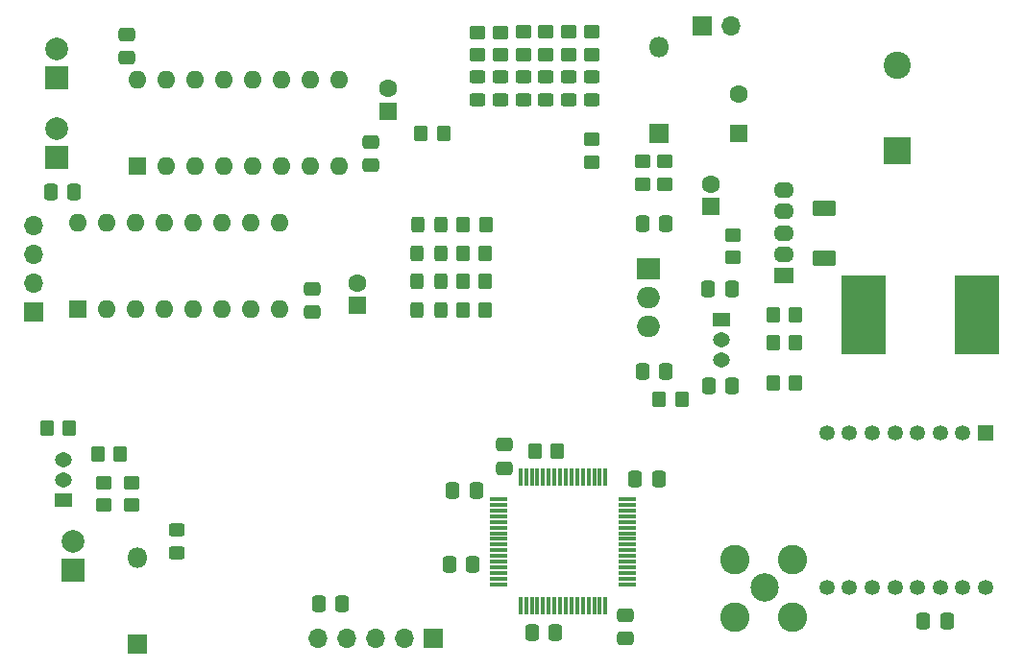
<source format=gbr>
%TF.GenerationSoftware,KiCad,Pcbnew,8.0.3*%
%TF.CreationDate,2024-08-01T08:22:56+01:00*%
%TF.ProjectId,controller,636f6e74-726f-46c6-9c65-722e6b696361,rev?*%
%TF.SameCoordinates,Original*%
%TF.FileFunction,Soldermask,Top*%
%TF.FilePolarity,Negative*%
%FSLAX46Y46*%
G04 Gerber Fmt 4.6, Leading zero omitted, Abs format (unit mm)*
G04 Created by KiCad (PCBNEW 8.0.3) date 2024-08-01 08:22:56*
%MOMM*%
%LPD*%
G01*
G04 APERTURE LIST*
G04 Aperture macros list*
%AMRoundRect*
0 Rectangle with rounded corners*
0 $1 Rounding radius*
0 $2 $3 $4 $5 $6 $7 $8 $9 X,Y pos of 4 corners*
0 Add a 4 corners polygon primitive as box body*
4,1,4,$2,$3,$4,$5,$6,$7,$8,$9,$2,$3,0*
0 Add four circle primitives for the rounded corners*
1,1,$1+$1,$2,$3*
1,1,$1+$1,$4,$5*
1,1,$1+$1,$6,$7*
1,1,$1+$1,$8,$9*
0 Add four rect primitives between the rounded corners*
20,1,$1+$1,$2,$3,$4,$5,0*
20,1,$1+$1,$4,$5,$6,$7,0*
20,1,$1+$1,$6,$7,$8,$9,0*
20,1,$1+$1,$8,$9,$2,$3,0*%
G04 Aperture macros list end*
%ADD10RoundRect,0.250000X0.325000X0.450000X-0.325000X0.450000X-0.325000X-0.450000X0.325000X-0.450000X0*%
%ADD11R,1.600000X1.600000*%
%ADD12O,1.600000X1.600000*%
%ADD13RoundRect,0.250000X-0.350000X-0.450000X0.350000X-0.450000X0.350000X0.450000X-0.350000X0.450000X0*%
%ADD14RoundRect,0.250000X0.450000X-0.350000X0.450000X0.350000X-0.450000X0.350000X-0.450000X-0.350000X0*%
%ADD15RoundRect,0.250000X-0.337500X-0.475000X0.337500X-0.475000X0.337500X0.475000X-0.337500X0.475000X0*%
%ADD16RoundRect,0.250000X0.350000X0.450000X-0.350000X0.450000X-0.350000X-0.450000X0.350000X-0.450000X0*%
%ADD17RoundRect,0.250000X0.337500X0.475000X-0.337500X0.475000X-0.337500X-0.475000X0.337500X-0.475000X0*%
%ADD18C,2.600000*%
%ADD19C,2.500000*%
%ADD20C,1.600000*%
%ADD21R,1.700000X1.700000*%
%ADD22O,1.700000X1.700000*%
%ADD23RoundRect,0.250000X-0.450000X0.325000X-0.450000X-0.325000X0.450000X-0.325000X0.450000X0.325000X0*%
%ADD24RoundRect,0.250000X-0.475000X0.337500X-0.475000X-0.337500X0.475000X-0.337500X0.475000X0.337500X0*%
%ADD25R,1.800000X1.400000*%
%ADD26O,1.800000X1.400000*%
%ADD27R,2.000000X2.000000*%
%ADD28C,2.000000*%
%ADD29R,1.350000X1.350000*%
%ADD30C,1.350000*%
%ADD31RoundRect,0.075000X-0.700000X-0.075000X0.700000X-0.075000X0.700000X0.075000X-0.700000X0.075000X0*%
%ADD32RoundRect,0.075000X-0.075000X-0.700000X0.075000X-0.700000X0.075000X0.700000X-0.075000X0.700000X0*%
%ADD33R,1.800000X1.800000*%
%ADD34O,1.800000X1.800000*%
%ADD35R,1.500000X1.300000*%
%ADD36O,1.500000X1.300000*%
%ADD37RoundRect,0.250000X-0.450000X0.350000X-0.450000X-0.350000X0.450000X-0.350000X0.450000X0.350000X0*%
%ADD38R,2.000000X1.905000*%
%ADD39O,2.000000X1.905000*%
%ADD40RoundRect,0.250000X0.800000X-0.450000X0.800000X0.450000X-0.800000X0.450000X-0.800000X-0.450000X0*%
%ADD41R,2.400000X2.400000*%
%ADD42C,2.400000*%
%ADD43RoundRect,0.250000X0.475000X-0.337500X0.475000X0.337500X-0.475000X0.337500X-0.475000X-0.337500X0*%
%ADD44R,4.000000X7.000000*%
G04 APERTURE END LIST*
D10*
%TO.C,D11*%
X101700000Y-83525000D03*
X99650000Y-83525000D03*
%TD*%
D11*
%TO.C,U1*%
X74970000Y-75845000D03*
D12*
X77510000Y-75845000D03*
X80050000Y-75845000D03*
X82590000Y-75845000D03*
X85130000Y-75845000D03*
X87670000Y-75845000D03*
X90210000Y-75845000D03*
X92750000Y-75845000D03*
X92750000Y-68225000D03*
X90210000Y-68225000D03*
X87670000Y-68225000D03*
X85130000Y-68225000D03*
X82590000Y-68225000D03*
X80050000Y-68225000D03*
X77510000Y-68225000D03*
X74970000Y-68225000D03*
%TD*%
D13*
%TO.C,R5*%
X131000000Y-91426041D03*
X133000000Y-91426041D03*
%TD*%
D14*
%TO.C,R12*%
X115000000Y-66000000D03*
X115000000Y-64000000D03*
%TD*%
D15*
%TO.C,C15*%
X67342500Y-78174657D03*
X69417500Y-78174657D03*
%TD*%
%TO.C,C12*%
X102773529Y-104500000D03*
X104848529Y-104500000D03*
%TD*%
D14*
%TO.C,R17*%
X113000000Y-66000000D03*
X113000000Y-64000000D03*
%TD*%
D16*
%TO.C,R8*%
X133000000Y-95000000D03*
X131000000Y-95000000D03*
%TD*%
D17*
%TO.C,C9*%
X111825000Y-117000000D03*
X109750000Y-117000000D03*
%TD*%
D13*
%TO.C,R20*%
X103650000Y-83525000D03*
X105650000Y-83525000D03*
%TD*%
D18*
%TO.C,J1*%
X127670000Y-110535000D03*
X127670000Y-115615000D03*
X132750000Y-110535000D03*
X132750000Y-115615000D03*
D19*
X130310000Y-113000000D03*
%TD*%
D16*
%TO.C,R24*%
X102000000Y-73000000D03*
X100000000Y-73000000D03*
%TD*%
D11*
%TO.C,C4*%
X125500000Y-79426041D03*
D20*
X125500000Y-77426041D03*
%TD*%
D16*
%TO.C,R3*%
X69000000Y-99000000D03*
X67000000Y-99000000D03*
%TD*%
D14*
%TO.C,R13*%
X107000000Y-66050000D03*
X107000000Y-64050000D03*
%TD*%
D21*
%TO.C,J3*%
X124750000Y-63475000D03*
D22*
X127290000Y-63475000D03*
%TD*%
D17*
%TO.C,C1*%
X127360000Y-86696041D03*
X125285000Y-86696041D03*
%TD*%
D14*
%TO.C,R1*%
X72000000Y-105765000D03*
X72000000Y-103765000D03*
%TD*%
D17*
%TO.C,C21*%
X146325000Y-116000000D03*
X144250000Y-116000000D03*
%TD*%
D14*
%TO.C,R9*%
X119500000Y-77426041D03*
X119500000Y-75426041D03*
%TD*%
D13*
%TO.C,R21*%
X103700000Y-81000000D03*
X105700000Y-81000000D03*
%TD*%
D23*
%TO.C,D7*%
X105000000Y-68000000D03*
X105000000Y-70050000D03*
%TD*%
D10*
%TO.C,D10*%
X101700000Y-86025000D03*
X99650000Y-86025000D03*
%TD*%
D15*
%TO.C,C2*%
X90965000Y-114500000D03*
X93040000Y-114500000D03*
%TD*%
D24*
%TO.C,C18*%
X90380000Y-86674657D03*
X90380000Y-88749657D03*
%TD*%
D25*
%TO.C,U5*%
X131945000Y-85549811D03*
D26*
X131945000Y-83649811D03*
X131945000Y-81749811D03*
X131945000Y-79849811D03*
X131945000Y-77949811D03*
%TD*%
D21*
%TO.C,M3*%
X65880000Y-88685000D03*
D22*
X65880000Y-86145000D03*
X65880000Y-83605000D03*
X65880000Y-81065000D03*
%TD*%
D14*
%TO.C,R11*%
X74500000Y-105765000D03*
X74500000Y-103765000D03*
%TD*%
D11*
%TO.C,C6*%
X128000000Y-73000000D03*
D20*
X128000000Y-69500000D03*
%TD*%
D13*
%TO.C,R19*%
X103650000Y-86025000D03*
X105650000Y-86025000D03*
%TD*%
D21*
%TO.C,J2*%
X101040000Y-117525000D03*
D22*
X98500000Y-117525000D03*
X95960000Y-117525000D03*
X93420000Y-117525000D03*
X90880000Y-117525000D03*
%TD*%
D11*
%TO.C,C19*%
X94380000Y-88174657D03*
D20*
X94380000Y-86174657D03*
%TD*%
D16*
%TO.C,R22*%
X73500000Y-101265000D03*
X71500000Y-101265000D03*
%TD*%
D14*
%TO.C,R16*%
X111000000Y-66000000D03*
X111000000Y-64000000D03*
%TD*%
D13*
%TO.C,R18*%
X103650000Y-88525000D03*
X105650000Y-88525000D03*
%TD*%
D24*
%TO.C,C13*%
X107348529Y-100425000D03*
X107348529Y-102500000D03*
%TD*%
D27*
%TO.C,M2*%
X67845000Y-75085000D03*
D28*
X67845000Y-72545000D03*
%TD*%
D29*
%TO.C,U4*%
X149750000Y-99400000D03*
D30*
X147750000Y-99400000D03*
X145750000Y-99400000D03*
X143750000Y-99400000D03*
X141750000Y-99400000D03*
X139750000Y-99400000D03*
X137750000Y-99400000D03*
X135750000Y-99400000D03*
X135750000Y-113000000D03*
X137750000Y-113000000D03*
X139750000Y-113000000D03*
X141750000Y-113000000D03*
X143750000Y-113000000D03*
X145750000Y-113000000D03*
X147750000Y-113000000D03*
X149750000Y-113000000D03*
%TD*%
D23*
%TO.C,D4*%
X111000000Y-67950000D03*
X111000000Y-70000000D03*
%TD*%
D31*
%TO.C,U2*%
X106825000Y-105250000D03*
X106825000Y-105750000D03*
X106825000Y-106250000D03*
X106825000Y-106750000D03*
X106825000Y-107250000D03*
X106825000Y-107750000D03*
X106825000Y-108250000D03*
X106825000Y-108750000D03*
X106825000Y-109250000D03*
X106825000Y-109750000D03*
X106825000Y-110250000D03*
X106825000Y-110750000D03*
X106825000Y-111250000D03*
X106825000Y-111750000D03*
X106825000Y-112250000D03*
X106825000Y-112750000D03*
D32*
X108750000Y-114675000D03*
X109250000Y-114675000D03*
X109750000Y-114675000D03*
X110250000Y-114675000D03*
X110750000Y-114675000D03*
X111250000Y-114675000D03*
X111750000Y-114675000D03*
X112250000Y-114675000D03*
X112750000Y-114675000D03*
X113250000Y-114675000D03*
X113750000Y-114675000D03*
X114250000Y-114675000D03*
X114750000Y-114675000D03*
X115250000Y-114675000D03*
X115750000Y-114675000D03*
X116250000Y-114675000D03*
D31*
X118175000Y-112750000D03*
X118175000Y-112250000D03*
X118175000Y-111750000D03*
X118175000Y-111250000D03*
X118175000Y-110750000D03*
X118175000Y-110250000D03*
X118175000Y-109750000D03*
X118175000Y-109250000D03*
X118175000Y-108750000D03*
X118175000Y-108250000D03*
X118175000Y-107750000D03*
X118175000Y-107250000D03*
X118175000Y-106750000D03*
X118175000Y-106250000D03*
X118175000Y-105750000D03*
X118175000Y-105250000D03*
D32*
X116250000Y-103325000D03*
X115750000Y-103325000D03*
X115250000Y-103325000D03*
X114750000Y-103325000D03*
X114250000Y-103325000D03*
X113750000Y-103325000D03*
X113250000Y-103325000D03*
X112750000Y-103325000D03*
X112250000Y-103325000D03*
X111750000Y-103325000D03*
X111250000Y-103325000D03*
X110750000Y-103325000D03*
X110250000Y-103325000D03*
X109750000Y-103325000D03*
X109250000Y-103325000D03*
X108750000Y-103325000D03*
%TD*%
D33*
%TO.C,D14*%
X121000000Y-73000000D03*
D34*
X121000000Y-65380000D03*
%TD*%
D14*
%TO.C,R14*%
X105000000Y-66050000D03*
X105000000Y-64050000D03*
%TD*%
D23*
%TO.C,D3*%
X113000000Y-67950000D03*
X113000000Y-70000000D03*
%TD*%
D24*
%TO.C,C16*%
X74095000Y-64220000D03*
X74095000Y-66295000D03*
%TD*%
D35*
%TO.C,U6*%
X126472000Y-89446041D03*
D36*
X126472000Y-91224041D03*
X126472000Y-93002041D03*
%TD*%
D37*
%TO.C,R23*%
X115000000Y-73500000D03*
X115000000Y-75500000D03*
%TD*%
D17*
%TO.C,C8*%
X121592500Y-80966041D03*
X119517500Y-80966041D03*
%TD*%
D38*
%TO.C,U7*%
X120055000Y-84886041D03*
D39*
X120055000Y-87426041D03*
X120055000Y-89966041D03*
%TD*%
D23*
%TO.C,D5*%
X115000000Y-67950000D03*
X115000000Y-70000000D03*
%TD*%
D14*
%TO.C,R7*%
X121500000Y-77426041D03*
X121500000Y-75426041D03*
%TD*%
D33*
%TO.C,D13*%
X75000000Y-118000000D03*
D34*
X75000000Y-110380000D03*
%TD*%
D17*
%TO.C,C3*%
X127397500Y-95250000D03*
X125322500Y-95250000D03*
%TD*%
D35*
%TO.C,Q1*%
X68500000Y-105325000D03*
D36*
X68500000Y-103547000D03*
X68500000Y-101769000D03*
%TD*%
D23*
%TO.C,D8*%
X109000000Y-67950000D03*
X109000000Y-70000000D03*
%TD*%
D17*
%TO.C,C7*%
X121592500Y-93966041D03*
X119517500Y-93966041D03*
%TD*%
D11*
%TO.C,U3*%
X69710000Y-88485000D03*
D12*
X72250000Y-88485000D03*
X74790000Y-88485000D03*
X77330000Y-88485000D03*
X79870000Y-88485000D03*
X82410000Y-88485000D03*
X84950000Y-88485000D03*
X87490000Y-88485000D03*
X87490000Y-80865000D03*
X84950000Y-80865000D03*
X82410000Y-80865000D03*
X79870000Y-80865000D03*
X77330000Y-80865000D03*
X74790000Y-80865000D03*
X72250000Y-80865000D03*
X69710000Y-80865000D03*
%TD*%
D40*
%TO.C,D1*%
X135500000Y-84000000D03*
X135500000Y-79600000D03*
%TD*%
D41*
%TO.C,C5*%
X142000000Y-74500000D03*
D42*
X142000000Y-67000000D03*
%TD*%
D27*
%TO.C,L1*%
X69350000Y-111540000D03*
D28*
X69350000Y-109000000D03*
%TD*%
D13*
%TO.C,R2*%
X110000000Y-101000000D03*
X112000000Y-101000000D03*
%TD*%
D10*
%TO.C,D12*%
X101750000Y-81000000D03*
X99700000Y-81000000D03*
%TD*%
D16*
%TO.C,R10*%
X123000000Y-96426041D03*
X121000000Y-96426041D03*
%TD*%
D23*
%TO.C,D6*%
X107000000Y-68000000D03*
X107000000Y-70050000D03*
%TD*%
D13*
%TO.C,R4*%
X131000000Y-89000000D03*
X133000000Y-89000000D03*
%TD*%
D43*
%TO.C,C11*%
X118000000Y-117537500D03*
X118000000Y-115462500D03*
%TD*%
D24*
%TO.C,C17*%
X95595000Y-73720000D03*
X95595000Y-75795000D03*
%TD*%
D27*
%TO.C,M1*%
X67845000Y-68085000D03*
D28*
X67845000Y-65545000D03*
%TD*%
D44*
%TO.C,L2*%
X139000000Y-89000000D03*
X149000000Y-89000000D03*
%TD*%
D23*
%TO.C,D2*%
X78500000Y-107950000D03*
X78500000Y-110000000D03*
%TD*%
D10*
%TO.C,D9*%
X101700000Y-88565000D03*
X99650000Y-88565000D03*
%TD*%
D37*
%TO.C,R6*%
X127500000Y-81926041D03*
X127500000Y-83926041D03*
%TD*%
D14*
%TO.C,R15*%
X109000000Y-66025000D03*
X109000000Y-64025000D03*
%TD*%
D15*
%TO.C,C10*%
X102500000Y-111000000D03*
X104575000Y-111000000D03*
%TD*%
D11*
%TO.C,C20*%
X97095000Y-71000113D03*
D20*
X97095000Y-69000113D03*
%TD*%
D17*
%TO.C,C14*%
X120923529Y-103500000D03*
X118848529Y-103500000D03*
%TD*%
M02*

</source>
